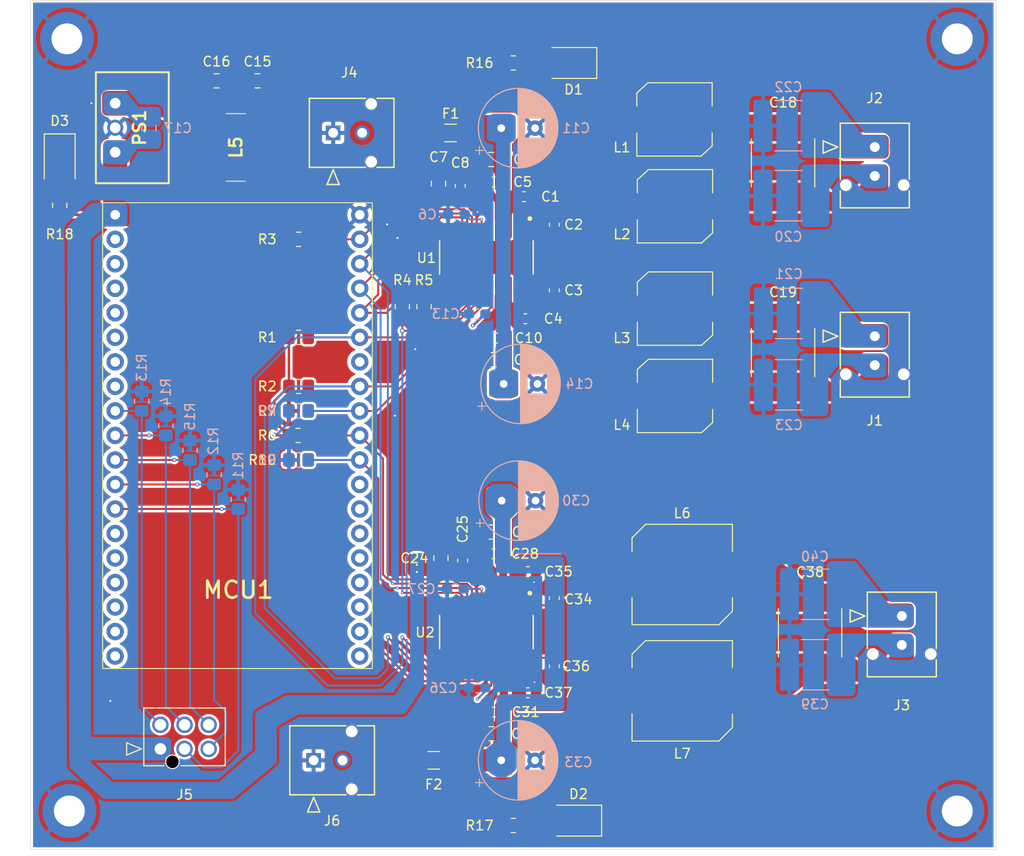
<source format=kicad_pcb>
(kicad_pcb (version 20240108) (generator "pcbnew") (generator_version "8.0")
  (layers (0 "F.Cu" signal) (31 "B.Cu" signal) (34 "B.Paste" user) (35 "F.Paste" user) (36 "B.SilkS" user "B.Silkscreen") (37 "F.SilkS" user "F.Silkscreen") (38 "B.Mask" user) (39 "F.Mask" user) (44 "Edge.Cuts" user))
  (net 0 "")
  (net 1 "Net-(U1-OUT_A+)")
  (net 2 "Net-(U1-BST_A+)")
  (net 3 "Net-(U1-BST_A-)")
  (net 4 "Net-(U1-OUT_A-)")
  (net 5 "Net-(U1-BST_B+)")
  (net 6 "Net-(U1-OUT_B+)")
  (net 7 "Net-(U1-BST_B-)")
  (net 8 "Net-(U1-OUT_B-)")
  (net 9 "GND")
  (net 10 "Net-(U1-AVDD)")
  (net 11 "Net-(U1-VR_DIG)")
  (net 12 "+3.3V")
  (net 13 "PVDD")
  (net 14 "Net-(PS1-+VIN)")
  (net 15 "Net-(C18-Pad1)")
  (net 16 "Net-(C18-Pad2)")
  (net 17 "Net-(C19-Pad1)")
  (net 18 "Net-(C19-Pad2)")
  (net 19 "Net-(U2-AVDD)")
  (net 20 "Net-(U2-VR_DIG)")
  (net 21 "Net-(U2-BST_A-)")
  (net 22 "Net-(U2-OUT_A+)")
  (net 23 "Net-(U2-BST_A+)")
  (net 24 "Net-(U2-BST_B-)")
  (net 25 "Net-(U2-OUT_B+)")
  (net 26 "Net-(U2-BST_B+)")
  (net 27 "Net-(C38-Pad1)")
  (net 28 "Net-(C38-Pad2)")
  (net 29 "Net-(F1-Pad2)")
  (net 30 "/Previous")
  (net 31 "/Next")
  (net 32 "/Volume-")
  (net 33 "/Play{slash}Pause")
  (net 34 "/Volume+")
  (net 35 "/SDA")
  (net 43 "/SCLK")
  (net 47 "/LRCLK")
  (net 57 "/PDN2")
  (net 59 "/ADR1")
  (net 62 "Net-(U2-SDIN)")
  (net 63 "/SCL")
  (net 85 "/SDIN")
  (net 86 "/PDN1")
  (net 87 "/ADR2")
  (net 88 "/SDOUT1")
  (net 89 "PVDD2")
  (net 90 "Net-(F2-Pad2)")
  (net 91 "Net-(D1-A)")
  (net 92 "Net-(D2-A)")
  (net 93 "Net-(D3-A)")
  (footprint "Capacitor_SMD:C_0603_1608Metric_Pad1.08x0.95mm_HandSolder" (layer "F.Cu") (at 88.6 83.35 180)
    (property "Reference" "C1")
    (property "Value" "0.47u")
  )
  (footprint "Capacitor_SMD:C_0603_1608Metric_Pad1.08x0.95mm_HandSolder" (layer "F.Cu") (at 88.75 96 180)
    (property "Reference" "C4")
    (property "Value" "0.47u")
  )
  (footprint "Capacitor_SMD:C_0603_1608Metric_Pad1.08x0.95mm_HandSolder" (layer "F.Cu") (at 91.75 132 90)
    (property "Reference" "C36")
    (property "Value" "0.47u")
  )
  (footprint "Speaker Amp Lib:L_Wuerth_WE-PDF_Handsoldering_7mm_apart" (layer "F.Cu") (at 105 122.5)
    (property "Reference" "L6")
    (property "Value" "10u")
  )
  (footprint "Capacitor_SMD:C_0805_2012Metric_Pad1.18x1.45mm_HandSolder" (layer "F.Cu") (at 61 71.35)
    (property "Reference" "C15")
    (property "Value" "10u")
  )
  (footprint "Capacitor_SMD:C_0603_1608Metric_Pad1.08x0.95mm_HandSolder" (layer "F.Cu") (at 91.75 124.95 90)
    (property "Reference" "C34")
    (property "Value" "0.47u")
  )
  (footprint "LED_SMD:LED_PLCC-2_3.4x3.0mm_KA" (layer "F.Cu") (at 40.5 79.25 -90)
    (property "Reference" "D3")
    (property "Value" "Green")
  )
  (footprint "Capacitor_SMD:C_0603_1608Metric_Pad1.08x0.95mm_HandSolder" (layer "F.Cu") (at 89 122.2 180)
    (property "Reference" "C35")
    (property "Value" "0.47u")
  )
  (footprint "Capacitor_SMD:C_0603_1608Metric_Pad1.08x0.95mm_HandSolder" (layer "F.Cu") (at 91.75 86.25 90)
    (property "Reference" "C2")
    (property "Value" "0.47u")
  )
  (footprint "Capacitor_SMD:C_0603_1608Metric_Pad1.08x0.95mm_HandSolder" (layer "F.Cu") (at 82.25 121.05 90)
    (property "Reference" "C25")
    (property "Value" "0.1u")
  )
  (footprint "Capacitor_SMD:C_0603_1608Metric_Pad1.08x0.95mm_HandSolder" (layer "F.Cu") (at 85.4625 81.825384)
    (property "Reference" "C5")
    (property "Value" "0.1u")
  )
  (footprint "MountingHole:MountingHole_3.2mm_M3_DIN965_Pad_TopBottom" (layer "F.Cu") (at 133.5 67)
    (property "Reference" "H2" (hide yes))
    (property "Value" "MountingHole_Pad")
  )
  (footprint "Capacitor_SMD:C_0603_1608Metric_Pad1.08x0.95mm_HandSolder" (layer "F.Cu") (at 85.45 120.35 180)
    (property "Reference" "C28")
    (property "Value" "0.1u")
  )
  (footprint "Speaker Amp Lib:430450227_MOLEX" (layer "F.Cu") (at 68.835 76.739649 -90)
    (property "Reference" "J4")
    (property "Value" "Molex_430450227")
  )
  (footprint "Resistor_SMD:R_0805_2012Metric_Pad1.20x1.40mm_HandSolder" (layer "F.Cu") (at 78.25 94.75 90)
    (property "Reference" "R5")
    (property "Value" "0")
  )
  (footprint "Resistor_SMD:R_0805_2012Metric_Pad1.20x1.40mm_HandSolder" (layer "F.Cu") (at 65.25 97.93 180)
    (property "Reference" "R1")
    (property "Value" "2.2k")
  )
  (footprint "MountingHole:MountingHole_3.2mm_M3_DIN965_Pad_TopBottom" (layer "F.Cu") (at 41.5 147)
    (property "Reference" "H3" (hide yes))
    (property "Value" "MountingHole_Pad")
  )
  (footprint "Capacitor_SMD:C_0603_1608Metric_Pad1.08x0.95mm_HandSolder" (layer "F.Cu") (at 82 82.23 90)
    (property "Reference" "C8")
    (property "Value" "0.1u")
  )
  (footprint "Speaker Amp Lib:DCP0038A-IPC_C" (layer "F.Cu") (at 84.7125 89.650768 -90)
    (property "Reference" "U1")
    (property "Value" "TAS5822MDCPR")
  )
  (footprint "Speaker Amp Lib:WE_7447773220" (layer "F.Cu") (at 104.25 84.35)
    (property "Reference" "L2")
    (property "Value" "22u")
  )
  (footprint "Speaker Amp Lib:RLS186" (layer "F.Cu") (at 58.75 78.25 180)
    (property "Reference" "L5")
    (property "Value" "100u" (hide yes))
  )
  (footprint "Resistor_SMD:R_0805_2012Metric_Pad1.20x1.40mm_HandSolder" (layer "F.Cu") (at 65.25 103.01 180)
    (property "Reference" "R2")
    (property "Value" "2.2k")
  )
  (footprint "Resistor_SMD:R_0805_2012Metric_Pad1.20x1.40mm_HandSolder" (layer "F.Cu") (at 76 94.75 90)
    (property "Reference" "R4")
    (property "Value" "0")
  )
  (footprint "LED_SMD:LED_PLCC-2_3.4x3.0mm_KA" (layer "F.Cu") (at 94.25 148 180)
    (property "Reference" "D2")
    (property "Value" "Blue")
  )
  (footprint "Fuse:Fuse_1206_3216Metric" (layer "F.Cu") (at 81 76.75 180)
    (property "Reference" "F1")
    (property "Value" "2A")
  )
  (footprint "MountingHole:MountingHole_3.2mm_M3_DIN965_Pad_TopBottom" (layer "F.Cu") (at 133.5 147)
    (property "Reference" "H4" (hide yes))
    (property "Value" "MountingHole_Pad")
  )
  (footprint "Speaker Amp Lib:ESP32-DevKitC-32E" (layer "F.Cu") (at 58.92 132.24)
    (property "Reference" "MCU1")
    (property "Value" "ESP32-DevKitC-32E")
  )
  (footprint "Capacitor_SMD:C_0805_2012Metric_Pad1.18x1.45mm_HandSolder" (layer "F.Cu") (at 85.25 139 180)
    (property "Reference" "C32")
    (property "Value" "22u")
  )
  (footprint "Capacitor_SMD:C_0805_2012Metric_Pad1.18x1.45mm_HandSolder" (layer "F.Cu") (at 85.462501 100.25)
    (property "Reference" "C12")
    (property "Value" "22u")
  )
  (footprint "Resistor_SMD:R_0805_2012Metric_Pad1.20x1.40mm_HandSolder" (layer "F.Cu") (at 87.5 69.5)
    (property "Reference" "R16")
    (property "Value" "1.6k")
  )
  (footprint "Capacitor_SMD:C_0805_2012Metric_Pad1.18x1.45mm_HandSolder" (layer "F.Cu") (at 85.2125 79.5)
    (property "Reference" "C9")
    (property "Value" "22u")
  )
  (footprint "Speaker Amp Lib:430450227_MOLEX" (layer "F.Cu") (at 124.950011 97.81 180)
    (property "Reference" "J1")
    (property "Value" "Molex_430450227")
  )
  (footprint "Speaker Amp Lib:430450227_MOLEX" (layer "F.Cu") (at 124.950011 78.21 180)
    (property "Reference" "J2")
    (property "Value" "Molex_430450227")
  )
  (footprint "LED_SMD:LED_PLCC-2_3.4x3.0mm_KA" (layer "F.Cu") (at 93.75 69.5 180)
    (property "Reference" "D1")
    (property "Value" "Red")
  )
  (footprint "Speaker Amp Lib:Molex_1053101106" (layer "F.Cu") (at 50.936 140.569999 180)
    (property "Reference" "J5")
    (property "Value" "Molex_1053101106")
  )
  (footprint "Capacitor_SMD:C_0805_2012Metric_Pad1.18x1.45mm_HandSolder" (layer "F.Cu") (at 85.25 118.1 180)
    (property "Reference" "C29")
    (property "Value" "22u")
  )
  (footprint "Capacitor_SMD:C_0603_1608Metric_Pad1.08x0.95mm_HandSolder" (layer "F.Cu") (at 91.75 93.05 -90)
    (property "Reference" "C3")
    (property "Value" "0.47u")
  )
  (footprint "Capacitor_SMD:C_0603_1608Metric_Pad1.08x0.95mm_HandSolder" (layer "F.Cu") (at 89 134.75)
    (property "Reference" "C37")
    (property "Value" "0.47u")
  )
  (footprint "Capacitor_SMD:C_0603_1608Metric_Pad1.08x0.95mm_HandSolder" (layer "F.Cu") (at 85.5 136.75 180)
    (property "Reference" "C31")
    (property "Value" "0.1u")
  )
  (footprint "Speaker Amp Lib:R78K3310" (layer "F.Cu") (at 46.25 73.67 -90)
    (property "Reference" "PS1")
    (property "Value" "R-78K3.3-1.0" (hide yes))
  )
  (footprint "Capacitor_SMD:C_0603_1608Metric_Pad1.08x0.95mm_HandSolder" (layer "F.Cu") (at 85.712501 98)
    (property "Reference" "C10")
    (property "Value" "0.1u")
  )
  (footprint "Speaker Amp Lib:DCP0038A-IPC_C" (layer "F.Cu") (at 84.7125 128.4625 -90)
    (property "Reference" "U2")
    (property "Value" "TAS5822MDCPR")
  )
  (footprint "Resistor_SMD:R_0805_2012Metric_Pad1.20x1.40mm_HandSolder" (layer "F.Cu") (at 65.25 105.55 180)
    (property "Reference" "R7")
    (property "Value" "4.7k")
  )
  (footprint "Capacitor_SMD:C_0805_2012Metric_Pad1.18x1.45mm_HandSolder" (layer "F.Cu") (at 56.75 71.35 180)
    (property "Reference" "C16")
    (property "Value" "10u")
  )
  (footprint "Speaker Amp Lib:430450227_MOLEX" (layer "F.Cu") (at 127.75 126.8 180)
    (property "Reference" "J3")
    (property "Value" "Molex_430450227")
  )
  (footprint "Speaker Amp Lib:C_2824" (layer "F.Cu") (at 115.45 79.85 -90)
    (property "Reference" "C18")
    (property "Value" "0.33u")
  )
  (footprint "MountingHole:MountingHole_3.2mm_M3_DIN965_Pad_TopBottom" (layer "F.Cu") (at 41.25 67)
    (property "Reference" "H1" (hide yes))
    (property "Value" "MountingHole_Pad")
  )
  (footprint "Resistor_SMD:R_0805_2012Metric_Pad1.20x1.40mm_HandSolder" (layer "F.Cu") (at 65.25 87.77 180)
    (property "Reference" "R3")
    (property "Value" "4.7k")
  )
  (footprint "Speaker Amp Lib:C_2824" (layer "F.Cu") (at 118.25 128.55 -90)
    (property "Reference" "C38")
    (property "Value" "0.68u")
  )
  (footprint "Resistor_SMD:R_0805_2012Metric_Pad1.20x1.40mm_HandSolder" (layer "F.Cu") (at 87.5 148.5)
    (property "Reference" "R17")
    (property "Value" "1.5k")
  )
  (footprint "Speaker Amp Lib:WE_7447773220" (layer "F.Cu") (at 104.25 104)
    (property "Reference" "L4")
    (property "Value" "22u")
  )
  (footprint "Speaker Amp Lib:430450227_MOLEX" (layer "F.Cu") (at 66.81 141.750001 -90)
    (property "Reference" "J6")
    (property "Value" "Molex_430450227")
  )
  (footprint "Resistor_SMD:R_0805_2012Metric_Pad1.20x1.40mm_HandSolder" (layer "F.Cu") (at 65.2 108.09 180)
    (property "Reference" "R6")
    (property "Value" "15k")
  )
  (footprint "Speaker Amp Lib:WE_7447773220" (layer "F.Cu") (at 104.2 75.35)
    (property "Reference" "L1")
    (property "Value" "22u")
  )
  (footprint "Speaker Amp Lib:C_2824" (layer "F.Cu") (at 115.45 99.5 -90)
    (property "Reference" "C19")
    (property "Value" "0.33u")
  )
  (footprint "Speaker Amp Lib:WE_7447773220" (layer "F.Cu") (at 104.25 94.95)
    (property "Reference" "L3")
    (property "Value" "22u")
  )
  (footprint "Speaker Amp Lib:L_Wuerth_WE-PDF_Handsoldering_7mm_apart" (layer "F.Cu") (at 105 134.55)
    (property "Reference" "L7")
    (property "Value" "10u")
  )
  (footprint "Capacitor_SMD:C_0805_2012Metric_Pad1.18x1.45mm_HandSolder" (layer "F.Cu") (at 80 120.8 -90)
    (property "Reference" "C24")
    (property "Value" "4.7u")
  )
  (footprint "Capacitor_SMD:C_0805_2012Metric_Pad1.18x1.45mm_HandSolder" (layer "F.Cu") (at 79.75 82 90)
    (property "Reference" "C7")
    (property "Value" "4.7u")
  )
  (footprint "Fuse:Fuse_1206_3216Metric" (layer "F.Cu") (at 79.25 141.75 180)
    (property "Reference" "F2")
    (property "Value" "2A")
  )
  (footprint "Resistor_SMD:R_0805_2012Metric_Pad1.20x1.40mm_HandSolder" (layer "F.Cu") (at 40.5 84.25 90)
    (property "Reference" "R18")
    (property "Value" "120")
  )
  (footprint "Resistor_SMD:R_0805_2012Metric_Pad1.20x1.40mm_HandSolder" (layer "F.Cu") (at 65.25 110.63 180)
    (property "Reference" "R10")
    (property "Value" "4.7k")
  )
  (footprint "Capacitor_SMD:C_2220_5750Metric_Pad1.97x5.40mm_HandSolder" (layer "B.Cu") (at 116 83.25 180)
    (property "Reference" "C20")
    (property "Value" "0.047u")
  )
  (footprint "Capacitor_SMD:C_0603_1608Metric_Pad1.08x0.95mm_HandSolder" (layer "B.Cu") (at 81.6 85.2 180)
    (property "Reference" "C6")
    (property "Value" "1u")
  )
  (footprint "Resistor_SMD:R_0805_2012Metric_Pad1.20x1.40mm_HandSolder" (layer "B.Cu") (at 51.5 107.09 90)
    (property "Reference" "R14")
    (property "Value" "4.7k")
  )
  (footprint "Capacitor_THT:CP_Radial_D8.0mm_P3.50mm" (layer "B.Cu") (at 86.297349 114.85)
    (property "Reference" "C30")
    (property "Value" "390u")
  )
  (footprint "Capacitor_SMD:C_2220_5750Metric_Pad1.97x5.40mm_HandSolder" (layer "B.Cu") (at 116.05 95.45)
    (property "Reference" "C21")
    (property "Value" "0.047u")
  )
  (footprint "Resistor_SMD:R_0805_2012Metric_Pad1.20x1.40mm_HandSolder" (layer "B.Cu") (at 56.5 112.17 90)
    (property "Reference" "R12")
    (property "Value" "4.7k")
  )
  (footprint "Capacitor_SMD:C_0603_1608Metric_Pad1.08x0.95mm_HandSolder" (layer "B.Cu") (at 81.5 124)
    (property "Reference" "C27")
    (property "Value" "1u")
  )
  (footprint "Capacitor_THT:CP_Radial_D8.0mm_P3.50mm" (layer "B.Cu") (at 86.25 76.25)
    (property "Reference" "C11")
    (property "Value" "390u")
  )
  (footprint "Resistor_SMD:R_0805_2012Metric_Pad1.20x1.40mm_HandSolder" (layer "B.Cu") (at 49 104.55 90)
    (property "Reference" "R13")
    (property "Value" "4.7k")
  )
  (footprint "Capacitor_SMD:C_2220_5750Metric_Pad1.97x5.40mm_HandSolder" (layer "B.Cu") (at 116 76)
    (property "Reference" "C22")
    (property "Value" "0.047u")
  )
  (footprint "Resistor_SMD:R_0805_2012Metric_Pad1.20x1.40mm_HandSolder" (layer "B.Cu") (at 65.25 105.55 180)
    (property "Reference" "R9")
    (property "Value" "4.7k")
  )
  (footprint "Resistor_SMD:R_0805_2012Metric_Pad1.20x1.40mm_HandSolder" (layer "B.Cu") (at 54 109.63 90)
    (property "Reference" "R15")
    (property "Value" "4.7k")
  )
  (footprint "Capacitor_SMD:C_0603_1608Metric_Pad1.08x0.95mm_HandSolder" (layer "B.Cu") (at 83.75 95.5)
    (property "Reference" "C13")
    (property "Value" "1u")
  )
  (footprint "Resistor_SMD:R_0805_2012Metric_Pad1.20x1.40mm_HandSolder" (layer "B.Cu") (at 65.25 110.63 180)
    (property "Reference" "R8")
    (property "Value" "4.7k")
  )
  (footprint "Resistor_SMD:R_0805_2012Metric_Pad1.20x1.40mm_HandSolder" (layer "B.Cu") (at 59 114.71 90)
    (property "Reference" "R11")
    (property "Value" "4.7k")
  )
  (footprint "Capacitor_THT:CP_Radial_D8.0mm_P3.50mm" (layer "B.Cu") (at 86.25 141.75)
    (property "Reference" "C33")
    (property "Value" "390u")
  )
  (footprint "Capacitor_SMD:C_2220_5750Metric_Pad1.97x5.40mm_HandSolder" (layer "B.Cu") (at 118.75 131.85)
    (property "Reference" "C39")
    (property "Value" "0.1u")
  )
  (footprint "Capacitor_SMD:C_2220_5750Metric_Pad1.97x5.40mm_HandSolder" (layer "B.Cu") (at 118.75 124.55 180)
    (property "Reference" "C40")
    (property "Value" "0.1u")
  )
  (footprint "Capacitor_SMD:C_0603_1608Metric_Pad1.08x0.95mm_HandSolder" (layer "B.Cu") (at 83.75 134.25)
    (property "Reference" "C26")
    (property "Value" "1u")
  )
  (footprint "Capacitor_SMD:C_2220_5750Metric_Pad1.97x5.40mm_HandSolder" (layer "B.Cu") (at 116.05 102.85 180)
    (property "Reference" "C23")
    (property "Value" "0.047u")
  )
  (footprint "Capacitor_THT:CP_Radial_D8.0mm_P3.50mm" (layer "B.Cu") (at 86.5 102.75)
    (property "Reference" "C14")
    (property "Value" "390u")
  )
  (footprint "Capacitor_SMD:C_0805_2012Metric_Pad1.18x1.45mm_HandSolder" (layer "B.Cu") (at 49.75 76.25 90)
    (property "Reference" "C17")
    (property "Value" "1n")
  )
  (gr_rect (start 37.5 63) (end 137.5 151) (stroke (width 0.05)) (fill none) (layer "Edge.Cuts"))
  (segment (start 87.712499 85.312501) (end 87.712499 86.875384) (width 0.2) (layer "F.Cu") (net 2))
  (segment (start 89.4625 83.5625) (end 87.712499 85.312501) (width 0.2) (layer "F.Cu") (net 2))
  (segment (start 89.4625 83.35) (end 89.4625 83.5625) (width 0.2) (layer "F.Cu") (net 2))
  (segment (start 89.449617 87.1125) (end 89.212501 86.875384) (width 0.2) (layer "F.Cu") (net 3))
  (segment (start 91.75 87.1125) (end 89.449617 87.1125) (width 0.2) (layer "F.Cu") (net 3))
  (segment (start 87.712499 94.099999) (end 87.712499 92.426152) (width 0.2) (layer "F.Cu") (net 5))
  (segment (start 89.6125 96) (end 87.712499 94.099999) (width 0.2) (layer "F.Cu") (net 5))
  (segment (start 91.75 92.1875) (end 89.451153 92.1875) (width 0.2) (layer "F.Cu") (net 7))
  (segment (start 89.451153 92.1875) (end 89.212501 92.426152) (width 0.2) (layer "F.Cu") (net 7))
  (via (at 75.5 87.625) (size 0.4) (drill 0.2) (layers "F.Cu" "B.Cu") (net 9))
  (via (at 77.35 99.15) (size 0.4) (drill 0.2) (layers "F.Cu" "B.Cu") (net 9))
  (via (at 89.7 133.65) (size 0.3) (drill 0.15) (layers "F.Cu" "B.Cu") (net 9))
  (via (at 83.8 84.925) (size 0.3) (drill 0.15) (layers "F.Cu" "B.Cu") (net 9))
  (via (at 45.75 135.6) (size 0.4) (drill 0.2) (layers "F.Cu" "B.Cu") (net 9))
  (via (at 74.425 86.225) (size 0.4) (drill 0.2) (layers "F.Cu" "B.Cu") (net 9))
  (via (at 89.65 123.3) (size 0.3) (drill 0.15) (layers "F.Cu" "B.Cu") (net 9))
  (via (at 75.225 106.05) (size 0.4) (drill 0.2) (layers "F.Cu" "B.Cu") (net 9))
  (segment (start 85.212499 94.787501) (end 83.3 96.7) (width 0.2) (layer "F.Cu") (net 10))
  (segment (start 85.212499 92.426152) (end 85.212499 94.787501) (width 0.2) (layer "F.Cu") (net 10))
  (via (at 83.3 96.7) (size 0.4) (drill 0.2) (layers "F.Cu" "B.Cu") (net 10))
  (segment (start 83.3 96.7) (end 83.4125 96.7) (width 0.2) (layer "B.Cu") (net 10))
  (segment (start 83.4125 96.7) (end 84.6125 95.5) (width 0.2) (layer "B.Cu") (net 10))
  (segment (start 84.212501 85.7) (end 84.212501 86.875384) (width 0.2) (layer "F.Cu") (net 11))
  (via (at 84.212501 85.7) (size 0.3) (drill 0.15) (layers "F.Cu" "B.Cu") (net 11))
  (segment (start 84.212501 85.7) (end 82.95 85.7) (width 0.2) (layer "B.Cu") (net 11))
  (segment (start 82.95 85.7) (end 82.4625 85.2125) (width 0.2) (layer "B.Cu") (net 11))
  (segment (start 82.4625 85.2125) (end 82.4625 85.2) (width 0.2) (layer "B.Cu") (net 11))
  (segment (start 62.75 106.64) (end 62.75 104.51) (width 0.25) (layer "F.Cu") (net 12))
  (segment (start 64.25 103.01) (end 64.25 97.93) (width 0.25) (layer "F.Cu") (net 12))
  (segment (start 64.2 108.09) (end 62.84 108.09) (width 0.25) (layer "F.Cu") (net 12))
  (segment (start 62.84 108.09) (end 62.75 108) (width 0.25) (layer "F.Cu") (net 12))
  (segment (start 46.25 85.23) (end 40.52 85.23) (width 0.25) (layer "F.Cu") (net 12))
  (segment (start 64.25 110.63) (end 64.25 108.14) (width 0.25) (layer "F.Cu") (net 12))
  (segment (start 64.25 108.14) (end 64.2 108.09) (width 0.25) (layer "F.Cu") (net 12))
  (segment (start 40.52 85.23) (end 40.5 85.25) (width 0.25) (layer "F.Cu") (net 12))
  (segment (start 62.75 104.51) (end 64.25 103.01) (width 0.25) (layer "F.Cu") (net 12))
  (segment (start 64.2 108.09) (end 62.75 106.64) (width 0.25) (layer "F.Cu") (net 12))
  (segment (start 64.25 97.93) (end 64.25 87.77) (width 0.25) (layer "F.Cu") (net 12))
  (via (at 77.5 120.75) (size 0.4) (drill 0.2) (layers "F.Cu" "B.Cu") (net 12))
  (via (at 62.75 108) (size 0.4) (drill 0.2) (layers "F.Cu" "B.Cu") (net 12))
  (via (at 77.5 121.5) (size 0.4) (drill 0.2) (layers "F.Cu" "B.Cu") (net 12))
  (via (at 77.5 122.25) (size 0.4) (drill 0.2) (layers "F.Cu" "B.Cu") (net 12))
  (segment (start 64.25 106.75) (end 64.25 105.55) (width 0.25) (layer "B.Cu") (net 12))
  (segment (start 62.75 108) (end 63 108) (width 0.25) (layer "B.Cu") (net 12))
  (segment (start 63 108) (end 64.25 106.75) (width 0.25) (layer "B.Cu") (net 12))
  (segment (start 84 69.5) (end 86.5 69.5) (width 0.25) (layer "F.Cu") (net 13))
  (segment (start 82.4 76.75) (end 82.4 71.1) (width 0.25) (layer "F.Cu") (net 13))
  (segment (start 82.4 71.1) (end 84 69.5) (width 0.25) (layer "F.Cu") (net 13))
  (segment (start 85.212499 133.987501) (end 85.212499 131.237884) (width 0.2) (layer "F.Cu") (net 19))
  (segment (start 83.775 135.425) (end 85.212499 133.987501) (width 0.2) (layer "F.Cu") (net 19))
  (via (at 83.775 135.425) (size 0.3) (drill 0.15) (layers "F.Cu" "B.Cu") (net 19))
  (segment (start 84.6125 134.5875) (end 84.6125 134.25) (width 0.2) (layer "B.Cu") (net 19))
  (segment (start 83.775 135.425) (end 84.6125 134.5875) (width 0.2) (layer "B.Cu") (net 19))
  (segment (start 84.212501 124) (end 84.212501 125.687116) (width 0.2) (layer "F.Cu") (net 20))
  (via (at 84.212501 124) (size 0.3) (drill 0.15) (layers "F.Cu" "B.Cu") (net 20))
  (segment (start 84.212501 124) (end 82.3625 124) (width 0.2) (layer "B.Cu") (net 20))
  (segment (start 91.624616 125.687116) (end 91.75 125.8125) (width 0.2) (layer "F.Cu") (net 21))
  (segment (start 89.212501 125.687116) (end 91.624616 125.687116) (width 0.2) (layer "F.Cu") (net 21))
  (segment (start 89.8625 122.2) (end 87.712499 124.350001) (width 0.2) (layer "F.Cu") (net 23))
  (segment (start 87.712499 124.350001) (end 87.712499 125.687116) (width 0.2) (layer "F.Cu") (net 23))
  (segment (start 89.312885 131.1375) (end 89.212501 131.237884) (width 0.2) (layer "F.Cu") (net 24))
  (segment (start 91.75 131.1375) (end 89.312885 131.1375) (width 0.2) (layer "F.Cu") (net 24))
  (segment (start 89.8625 134.75) (end 87.712499 132.599999) (width 0.2) (layer "F.Cu") (net 26))
  (segment (start 87.712499 132.599999) (end 87.712499 131.237884) (width 0.2) (layer "F.Cu") (net 26))
  (segment (start 57.29 115.71) (end 46.25 115.71) (width 0.2) (layer "F.Cu") (net 30))
  (via (at 57.29 115.71) (size 0.4) (drill 0.2) (layers "F.Cu" "B.Cu") (net 30))
  (segment (start 55.366001 142.5) (end 57.25 142.5) (width 0.2) (layer "B.Cu") (net 30))
  (segment (start 59 140.75) (end 59 115.71) (width 0.2) (layer "B.Cu") (net 30))
  (segment (start 57.25 142.5) (end 59 140.75) (width 0.2) (layer "B.Cu") (net 30))
  (segment (start 57.29 115.71) (end 59 115.71) (width 0.2) (layer "B.Cu") (net 30))
  (segment (start 53.436 140.569999) (end 55.366001 142.5) (width 0.2) (layer "B.Cu") (net 30))
  (segment (start 54.75 113.17) (end 46.25 113.17) (width 0.2) (layer "F.Cu") (net 31))
  (via (at 54.75 113.17) (size 0.4) (drill 0.2) (layers "F.Cu" "B.Cu") (net 31))
  (segment (start 54.83 113.17) (end 56.5 113.17) (width 0.2) (layer "B.Cu") (net 31))
  (segment (start 57.75 136.75) (end 57.75 138.755999) (width 0.2) (layer "B.Cu") (net 31))
  (segment (start 57.75 138.755999) (end 55.936 140.569999) (width 0.2) (layer "B.Cu") (net 31))
  (segment (start 56.5 113.17) (end 56.5 135.5) (width 0.2) (layer "B.Cu") (net 31))
  (segment (start 54.75 113.25) (end 54.83 113.17) (width 0.2) (layer "B.Cu") (net 31))
  (segment (start 56.5 135.5) (end 57.75 136.75) (width 0.2) (layer "B.Cu") (net 31))
  (segment (start 49 105.55) (end 46.25 105.55) (width 0.2) (layer "B.Cu") (net 32))
  (segment (start 49 136.133999) (end 49 105.55) (width 0.2) (layer "B.Cu") (net 32))
  (segment (start 50.936 138.069999) (end 49 136.133999) (width 0.2) (layer "B.Cu") (net 32))
  (segment (start 52.38 110.63) (end 46.25 110.63) (width 0.2) (layer "F.Cu") (net 33))
  (via (at 52.38 110.63) (size 0.4) (drill 0.2) (layers "F.Cu" "B.Cu") (net 33))
  (segment (start 55.936 138.069999) (end 54 136.133999) (width 0.2) (layer "B.Cu") (net 33))
  (segment (start 52.38 110.63) (end 54 110.63) (width 0.2) (layer "B.Cu") (net 33))
  (segment (start 54 136.133999) (end 54 110.63) (width 0.2) (layer "B.Cu") (net 33))
  (segment (start 49.75 108.09) (end 46.25 108.09) (width 0.2) (layer "F.Cu") (net 34))
  (via (at 49.75 108.09) (size 0.4) (drill 0.2) (layers "F.Cu" "B.Cu") (net 34))
  (segment (start 51.5 108.09) (end 51.5 136.133999) (width 0.2) (layer "B.Cu") (net 34))
  (segment (start 49.75 108.09) (end 51.5 108.09) (width 0.2) (layer "B.Cu") (net 34))
  (segment (start 51.5 136.133999) (end 53.436 138.069999) (width 0.2) (layer "B.Cu") (net 34))
  (segment (start 83.712499 132.187501) (end 83.712499 131.237884) (width 0.2) (layer "F.Cu") (net 35))
  (segment (start 76 129) (end 79.5 132.5) (width 0.2) (layer "F.Cu") (net 35))
  (segment (start 83.4 132.5) (end 83.712499 132.187501) (width 0.2) (layer "F.Cu") (net 35))
  (segment (start 79.37 97.93) (end 83.712499 93.587501) (width 0.2) (layer "F.Cu") (net 35))
  (segment (start 66.25 97.93) (end 71.59 97.93) (width 0.2) (layer "F.Cu") (net 35))
  (segment (start 83.712499 93.587501) (end 83.712499 92.426152) (width 0.2) (layer "F.Cu") (net 35))
  (segment (start 71.59 97.93) (end 79.37 97.93) (width 0.2) (layer "F.Cu") (net 35))
  (segment (start 79.5 132.5) (end 83.4 132.5) (width 0.2) (layer "F.Cu") (net 35))
  (via (at 76 129) (size 0.4) (drill 0.2) (layers "F.Cu" "B.Cu") (net 35))
  (segment (start 73.75 134) (end 68.25 134) (width 0.2) (layer "B.Cu") (net 35))
  (segment (start 60.75 102.25) (end 65.07 97.93) (width 0.2) (layer "B.Cu") (net 35))
  (segment (start 76 131.75) (end 73.75 134) (width 0.2) (layer "B.Cu") (net 35))
  (segment (start 76 129) (end 76 131.75) (width 0.2) (layer "B.Cu") (net 35))
  (segment (start 60.75 126.5) (end 60.75 102.25) (width 0.2) (layer "B.Cu") (net 35))
  (segment (start 68.25 134) (end 60.75 126.5) (width 0.2) (layer "B.Cu") (net 35))
  (segment (start 65.07 97.93) (end 71.59 97.93) (width 0.2) (layer "B.Cu") (net 35))
  (segment (start 82.3 123.9) (end 82.712499 124.312499) (width 0.2) (layer "F.Cu") (net 43))
  (segment (start 82.712499 124.312499) (end 82.712499 125.687116) (width 0.2) (layer "F.Cu") (net 43))
  (segment (start 82.712499 85.612499) (end 82.2 85.1) (width 0.2) (layer "F.Cu") (net 43))
  (segment (start 75.5 123.9) (end 82.3 123.9) (width 0.2) (layer "F.Cu") (net 43))
  (segment (start 82.2 85.1) (end 79.34 85.1) (width 0.2) (layer "F.Cu") (net 43))
  (segment (start 82.712499 86.875384) (end 82.712499 85.612499) (width 0.2) (layer "F.Cu") (net 43))
  (segment (start 79.34 85.1) (end 71.59 92.85) (width 0.2) (layer "F.Cu") (net 43))
  (via (at 75.5 123.9) (size 0.3) (drill 0.15) (layers "F.Cu" "B.Cu") (net 43))
  (segment (start 73.75 123) (end 73.75 95.01) (width 0.2) (layer "B.Cu") (net 43))
  (segment (start 74.65 123.9) (end 73.75 123) (width 0.2) (layer "B.Cu") (net 43))
  (segment (start 73.75 95.01) (end 71.59 92.85) (width 0.2) (layer "B.Cu") (net 43))
  (segment (start 75.5 123.9) (end 74.65 123.9) (width 0.2) (layer "B.Cu") (net 43))
  (segment (start 82.4 84.65) (end 83.2125 85.4625) (width 0.2) (layer "F.Cu") (net 47))
  (segment (start 83.2125 85.4625) (end 83.2125 86.875384) (width 0.2) (layer "F.Cu") (net 47))
  (segment (start 83.2125 123.9625) (end 83.2125 125.687116) (width 0.2) (layer "F.Cu") (net 47))
  (segment (start 71.59 90.31) (end 77.25 84.65) (width 0.2) (layer "F.Cu") (net 47))
  (segment (start 77.25 84.65) (end 82.4 84.65) (width 0.2) (layer "F.Cu") (net 47))
  (segment (start 82.7 123.45) (end 83.2125 123.9625) (width 0.2) (layer "F.Cu") (net 47))
  (segment (start 75.05 123.45) (end 82.7 123.45) (width 0.2) (layer "F.Cu") (net 47))
  (via (at 75 123.45) (size 0.3) (drill 0.15) (layers "F.Cu" "B.Cu") (net 47))
  (segment (start 74.5 93.22) (end 74.5 122.9) (width 0.2) (layer "B.Cu") (net 47))
  (segment (start 74.5 122.9) (end 75.05 123.45) (width 0.2) (layer "B.Cu") (net 47))
  (segment (start 71.59 90.31) (end 74.5 93.22) (width 0.2) (layer "B.Cu") (net 47))
  (segment (start 84.7125 132.8375) (end 84.7125 131.237884) (width 0.2) (layer "F.Cu") (net 57))
  (segment (start 73.5 130) (end 77.05 133.55) (width 0.2) (layer "F.Cu") (net 57))
  (segment (start 77.05 133.55) (end 84 133.55) (width 0.2) (layer "F.Cu") (net 57))
  (segment (start 73.5 112.54) (end 73.5 130) (width 0.2) (layer "F.Cu") (net 57))
  (segment (start 71.59 110.63) (end 73.5 112.54) (width 0.2) (layer "F.Cu") (net 57))
  (segment (start 84 133.55) (end 84.7125 132.8375) (width 0.2) (layer "F.Cu") (net 57))
  (segment (start 66.25 110.63) (end 71.59 110.63) (width 0.2) (layer "F.Cu") (net 57))
  (segment (start 66.25 110.63) (end 71.59 110.63) (width 0.2) (layer "B.Cu") (net 57))
  (segment (start 84.225 84.125) (end 75.235 84.125) (width 0.2) (layer "F.Cu") (net 59))
  (segment (start 66.25 87.77) (end 71.59 87.77) (width 0.2) (layer "F.Cu") (net 59))
  (segment (start 75.235 84.125) (end 71.59 87.77) (width 0.2) (layer "F.Cu") (net 59))
  (segment (start 84.7125 84.6125) (end 84.225 84.125) (width 0.2) (layer "F.Cu") (net 59))
  (segment (start 84.7125 86.875384) (end 84.7125 84.6125) (width 0.2) (layer "F.Cu") (net 59))
  (segment (start 78.25 96.5) (end 78.25 95.75) (width 0.2) (layer "F.Cu") (net 62))
  (segment (start 76 97.25) (end 77.5 97.25) (width 0.2) (layer "F.Cu") (net 62))
  (segment (start 82.2125 124.7125) (end 82.2125 125.687116) (width 0.2) (layer "F.Cu") (net 62))
  (segment (start 76 97.25) (end 76 95.75) (width 0.2) (layer "F.Cu") (net 62))
  (segment (start 76 124.4) (end 81.9 124.4) (width 0.2) (layer "F.Cu") (net 62))
  (segment (start 77.5 97.25) (end 78.25 96.5) (width 0.2) (layer "F.Cu") (net 62))
  (segment (start 81.9 124.4) (end 82.2125 124.7125) (width 0.2) (layer "F.Cu") (net 62))
  (via (at 76 124.4) (size 0.3) (drill 0.15) (layers "F.Cu" "B.Cu") (net 62))
  (via (at 76 97.25) (size 0.5) (drill 0.3) (layers "F.Cu" "B.Cu") (net 62))
  (segment (start 76 124.4) (end 76 97.25) (width 0.2) (layer "B.Cu") (net 62))
  (segment (start 66.25 103.01) (end 71.59 103.01) (width 0.2) (layer "F.Cu") (net 63))
  (segment (start 84.212501 92.426152) (end 84.212501 93.862499) (width 0.2) (layer "F.Cu") (net 63))
  (segment (start 84.212501 93.862499) (end 75.065 103.01) (width 0.2) (layer "F.Cu") (net 63))
  (segment (start 78.55 133.05) (end 83.65 133.05) (width 0.2) (layer "F.Cu") (net 63))
  (segment (start 75.065 103.01) (end 71.59 103.01) (width 0.2) (layer "F.Cu") (net 63))
  (segment (start 83.65 133.05) (end 84.212501 132.487499) (width 0.2) (layer "F.Cu") (net 63))
  (segment (start 74.5 129) (end 78.55 133.05) (width 0.2) (layer "F.Cu") (net 63))
  (segment (start 84.212501 132.487499) (end 84.212501 131.237884) (width 0.2) (layer "F.Cu") (net 63))
  (via (at 74.5 129) (size 0.4) (drill 0.2) (layers "F.Cu" "B.Cu") (net 63))
  (segment (start 61.75 126) (end 61.75 105.5) (width 0.2) (layer "B.Cu") (net 63))
  (segment (start 69 133.25) (end 61.75 126) (width 0.2) (layer "B.Cu") (net 63))
  (segment (start 74.5 129) (end 74.5 132.25) (width 0.2) (layer "B.Cu") (net 63))
  (segment (start 74.5 132.25) (end 73.5 133.25) (width 0.2) (layer "B.Cu") (net 63))
  (segment (start 64.24 103.01) (end 71.59 103.01) (width 0.2) (layer "B.Cu") (net 63))
  (segment (start 61.75 105.5) (end 64.24 103.01) (width 0.2) (layer "B.Cu") (net 63))
  (segment (start 73.5 133.25) (end 69 133.25) (width 0.2) (layer "B.Cu") (net 63))
  (segment (start 74.36 95.39) (end 76 93.75) (width 0.2) (layer "F.Cu") (net 85))
  (segment (start 73.5 92) (end 73.5 93.48) (width 0.2) (layer "F.Cu") (net 85))
  (segment (start 71.59 95.39) (end 74.36 95.39) (width 0.2) (layer "F.Cu") (net 85))
  (segment (start 80 85.5) (end 73.5 92) (width 0.2) (layer "F.Cu") (net 85))
  (segment (start 82 85.5) (end 80 85.5) (width 0.2) (layer "F.Cu") (net 85))
  (segment (start 73.5 93.48) (end 71.59 95.39) (width 0.2) (layer "F.Cu") (net 85))
  (segment (start 82.2125 86.875384) (end 82.2125 85.7125) (width 0.2) (layer "F.Cu") (net 85))
  (segment (start 82.2125 85.7125) (end 82 85.5) (width 0.2) (layer "F.Cu") (net 85))
  (segment (start 74.775 104.15) (end 73.375 105.55) (width 0.2) (layer "F.Cu") (net 86))
  (segment (start 75.15 103.775) (end 75.15 103.8) (width 0.2) (layer "F.Cu") (net 86))
  (segment (start 84.7125 92.426152) (end 84.7125 94.2125) (width 0.2) (layer "F.Cu") (net 86))
  (segment (start 74.8 104.15) (end 74.775 104.15) (width 0.2) (layer "F.Cu") (net 86))
  (segment (start 66.25 105.55) (end 71.59 105.55) (width 0.2) (layer "F.Cu") (net 86))
  (segment (start 73.375 105.55) (end 71.59 105.55) (width 0.2) (layer "F.Cu") (net 86))
  (segment (start 84.7125 94.2125) (end 75.15 103.775) (width 0.2) (layer "F.Cu") (net 86))
  (segment (start 75.15 103.8) (end 74.8 104.15) (width 0.2) (layer "F.Cu") (net 86))
  (segment (start 66.25 105.55) (end 71.59 105.55) (width 0.2) (layer "B.Cu") (net 86))
  (segment (start 83.95 123) (end 84.7125 123.7625) (width 0.2) (layer "F.Cu") (net 87))
  (segment (start 84.7125 123.7625) (end 84.7125 125.687116) (width 0.2) (layer "F.Cu") (net 87))
  (segment (start 66.2 108.09) (end 71.59 108.09) (width 0.2) (layer "F.Cu") (net 87))
  (segment (start 74 122.5) (end 74.5 123) (width 0.2) (layer "F.Cu") (net 87))
  (segment (start 71.59 108.09) (end 74 110.5) (width 0.2) (layer "F.Cu") (net 87))
  (segment (start 74 110.5) (end 74 122.5) (width 0.2) (layer "F.Cu") (net 87))
  (segment (start 74.5 123) (end 83.95 123) (width 0.2) (layer "F.Cu") (net 87))
  (segment (start 82.766368 93.75) (end 83.2125 93.303868) (width 0.2) (layer "F.Cu") (net 88))
  (segment (start 78.25 93.75) (end 82.766368 93.75) (width 0.2) (layer "F.Cu") (net 88))
  (segment (start 83.2125 93.303868) (end 83.2125 92.426152) (width 0.2) (layer "F.Cu") (net 88))
  (segment (start 80.65 141.75) (end 80.65 142.65) (width 0.25) (layer "F.Cu") (net 89))
  (segment (start 80.65 142.65) (end 86.5 148.5) (width 0.25) (layer "F.Cu") (net 89))
  (segment (start 88.5 69.5) (end 92.25 69.5) (width 0.25) (layer "F.Cu") (net 91))
  (segment (start 88.5 148.5) (end 92.25 148.5) (width 0.25) (layer "F.Cu") (net 92))
  (segment (start 92.25 148.5) (end 92.75 148) (width 0.25) (layer "F.Cu") (net 92))
  (segment (start 40.5 83.25) (end 40.5 80.75) (width 0.25) (layer "F.Cu") (net 93))
  (zone (net 89) (net_name "PVDD2") (layer "F.Cu") (priority 3) (connect_pads yes (clearance 0.25)) (min_thickness 0.25) (fill yes (thermal_gap 0.5) (thermal_bridge_width 0.5) (smoothing fillet) (radius 0.25))
    (polygon (pts (xy 86.1 132.65) (xy 86.1 130.375) (xy 86.825 130.375) (xy 86.825 132.675) (xy 86.95 132.9) (xy 86.95 135.15) (xy 87.1 136) (xy 87.1 140.15) (xy 87.65 140.6) (xy 87.65 142.8) (xy 87.25 143.25) (xy 87.05 143.25) (xy 85.85 143.25) (xy 85.35 143.25) (xy 84.8 142.8) (xy 84.8 140.65) (xy 85.4 140.2) (xy 85.4 137.95) (xy 85.6 137.65) (xy 85.6 136) (xy 86.1 135.175) (xy 86.1 132.925)))
  )
  (zone (net 12) (net_name "+3.3V") (layer "F.Cu") (priority 7) (connect_pads yes (clearance 0.25)) (min_thickness 0.25) (fill yes (thermal_gap 0.5) (thermal_bridge_width 0.5) (smoothing fillet) (radius 0.25))
    (polygon (pts (xy 78.8 82.3) (xy 80.7 82.3) (xy 81.2 82.4) (xy 82.7 82.4) (xy 82.7 83.8) (xy 78.8 83.8)))
  )
  (zone (net 6) (net_name "Net-(U1-OUT_B+)") (layer "F.Cu") (priority 10) (connect_pads yes (clearance 0.25)) (min_thickness 0.15) (fill yes (thermal_gap 0.5) (thermal_bridge_width 0.5) (smoothing fillet) (radius 0.5))
    (polygon (pts (xy 102.3 105.55) (xy 102.3 102.25) (xy 95.25 102.25) (xy 93.5 100.45) (xy 92 98.8) (xy 89.8 98.8) (xy 88.6 97.55) (xy 88.6 95.5) (xy 87.35 94.2) (xy 87.35 91.65) (xy 87.075 91.65) (xy 87.1 94.175) (xy 87.225 95.25) (xy 87.225 96.725) (xy 87.6 97.05) (xy 87.6 100.25) (xy 89.2 101.5) (xy 90.8 101.5) (xy 94.5 105.55)))
  )
  (zone (net 12) (net_name "+3.3V") (layer "F.Cu") (priority 4) (connect_pads yes (clearance 0.25)) (min_thickness 0.25) (fill yes (thermal_gap 0.5) (thermal_bridge_width 0.5) (smoothing fillet) (radius 0.25))
    (polygon (pts (xy 63.5 86.9) (xy 68.75 82.3) (xy 80.7 82.3) (xy 80.7 83.9) (xy 78.8 83.9) (xy 77.7 83.25) (xy 69.1 83.25) (xy 65 86.8) (xy 65 88.7) (xy 63.5 88.7)))
  )
  (zone (net 27) (net_name "Net-(C38-Pad1)") (layer "F.Cu") (priority 20) (connect_pads yes (clearance 0.25)) (min_thickness 0.15) (fill yes (thermal_gap 0.5) (thermal_bridge_width 0.5) (smoothing fillet) (radius 0.5))
    (polygon (pts (xy 108 120.25) (xy 114 120.25) (xy 118 123.45) (xy 121.9 123.45) (xy 121.9 126.35) (xy 114.5 126.35) (xy 112.25 124.75) (xy 108 124.75)))
  )
  (zone (net 28) (net_name "Net-(C38-Pad2)") (layer "F.Cu") (priority 22) (connect_pads yes (clearance 0.25)) (min_thickness 0.15) (fill yes (thermal_gap 0.5) (thermal_bridge_width 0.5) (smoothing fillet) (radius 0.5))
    (polygon (pts (xy 114.6 130.7) (xy 122 130.7) (xy 123.75 131.75) (xy 125.5 131.75) (xy 126.5 131) (xy 126.5 128.75) (xy 129 128.75) (xy 129 132.25) (xy 127.25 133.6) (xy 114.6 133.6)))
  )
  (zone (net 89) (net_name "PVDD2") (layer "F.Cu") (connect_pads yes (clearance 0.25)) (min_thickness 0.25) (fill yes (thermal_gap 0.5) (thermal_bridge_width 0.5) (smoothing fillet) (radius 0.25))
    (polygon (pts (xy 86.05 123.775) (xy 86.05 124.199399) (xy 86.05 126.55) (xy 86.85 126.55) (xy 86.85 121.75) (xy 87.1 121.35) (xy 87.1 116.6) (xy 87.7 116.1) (xy 87.7 113.75) (xy 87.25 113.45) (xy 86.75 113.45) (xy 86.05 113.45) (xy 85.5 113.45) (xy 84.9 113.75) (xy 84.9 114.8) (xy 84.9 115.95) (xy 85.6 116.6) (xy 85.6 119.45) (xy 85.6 119.9) (xy 85.6 121.35) (xy 86.05 121.875)))
  )
  (zone (net 89) (net_name "PVDD2") (layer "F.Cu") (priority 19) (connect_pads yes (clearance 0.25)) (min_thickness 0.15) (fill yes (thermal_gap 0.5) (thermal_bridge_width 0.5) (smoothing fillet) (radius 0.5))
    (polygon (pts (xy 79.65 140.6) (xy 87.45 140.6) (xy 87.45 142.9) (xy 79.65 142.9)))
  )
  (zone (net 12) (net_name "+3.3V") (layer "F.Cu") (priority 1) (connect_pads yes (clearance 0.25)) (min_thickness 0.25) (fill yes (thermal_gap 0.5) (thermal_bridge_width 0.5) (smoothing fillet) (radius 0.6))
    (polygon (pts (xy 45 86.4) (xy 47.5 86.4) (xy 47.5 77.6) (xy 45 77.6)))
  )
  (zone (net 22) (net_name "Net-(U2-OUT_A+)") (layer "F.Cu") (priority 17) (connect_pads yes (clearance 0.25)) (min_thickness 0.15) (fill yes (thermal_gap 0.5) (thermal_bridge_width 0.5) (smoothing fillet) (radius 0.25))
    (polygon (pts (xy 87.1 126.5) (xy 87.1 121.75) (xy 88.025 120.4) (xy 101.925 120.4) (xy 101.95 124.6) (xy 93.55 124.6) (xy 92.5 124.85) (xy 91 124.85) (xy 90.6 124.65) (xy 89.1 124.65) (xy 88.85 124.85) (xy 88.85 126.5) (xy 88.6 126.5) (xy 88.6 124.55) (xy 89.2 124.05) (xy 89.65 124.05) (xy 90.8 123) (xy 90.8 121.3) (xy 89.1 121.3) (xy 88.85 121.6) (xy 88.85 122.825) (xy 87.325 124.225) (xy 87.325 126.5)))
  )
  (zone (net 14) (net_name "Net-(PS1-+VIN)") (layer "F.Cu") (priority 1) (connect_pads yes (clearance 0.25)) (min_thickness 0.25) (fill yes (thermal_gap 0.5) (thermal_bridge_width 0.5) (smoothing fillet) (radius 0.5))
    (polygon (pts (xy 58 82.75) (xy 58 74) (xy 54.5 74) (xy 51 72.4) (xy 44.9 72.4) (xy 44.9 74.95) (xy 50.75 74.95) (xy 54 76.5) (xy 54 82.75)))
  )
  (zone (net 18) (net_name "Net-(C19-Pad2)") (layer "F.Cu") (priority 12) (connect_pads yes (clearance 0.25)) (min_thickness 0.25) (fill yes (thermal_gap 0.5) (thermal_bridge_width 0.5) (smoothing fillet) (radius 0.5))
    (polygon (pts (xy 106.15 105.65) (xy 110.6 105.65) (xy 111.8 104.55) (xy 125.1 104.55) (xy 126.35 102.9) (xy 126.35 99.7) (xy 123.55 99.7) (xy 123.55 101.8) (xy 122.8 102.6) (xy 120.45 102.6) (xy 119 101.6) (xy 111.45 101.6) (xy 110.55 102.35) (xy 106.15 102.35)))
  )
  (zone (net 8) (net_name "Net-(U1-OUT_B-)") (layer "F.Cu") (priority 11) (connect_pads yes (clearance 0.25)) (min_thickness 0.15) (fill yes (thermal_gap 0.5) (thermal_bridge_width 0.5) (smoothing fillet) (radius 0.25))
    (polygon (pts (xy 102.3 96.65) (xy 102.35 93.2) (xy 94.85 93.2) (xy 94.5 93.2) (xy 91 93.2) (xy 90.6 93.45) (xy 89.3 93.45) (xy 88.825 93.2) (xy 88.825 91.65) (xy 88.6 91.65) (xy 88.6 93.65) (xy 89.578389 94.318204) (xy 90.6 94.3) (xy 91 94.65) (xy 94.35 94.65) (xy 96.1 96.65)))
  )
  (zone (net 15) (net_name "Net-(C18-Pad1)") (layer "F.Cu") (priority 13) (connect_pads yes (clearance 0.25)) (min_thickness 0.25) (fill yes (thermal_gap 0.5) (thermal_bridge_width 0.5) (smoothing fillet) (radius 0.5))
    (polygon (pts (xy 106.1 73.75) (xy 106.1 76.95) (xy 110.7 76.95) (xy 111.45 77.6) (xy 119 77.6) (xy 121.65 79.4) (xy 126.4 79.4) (xy 126.4 76.95) (xy 121.95 76.95) (xy 119 74.85) (xy 111.9 74.85) (xy 110.55 73.75)))
  )
  (zone (net 27) (net_name "Net-(C38-Pad1)") (layer "F.Cu") (priority 21) (connect_pads yes (clearance 0.25)) (min_thickness 0.15) (fill yes (thermal_gap 0.5) (thermal_bridge_width 0.5) (smoothing fillet) (radius 0.5))
    (polygon (pts (xy 114.5 123.45) (xy 122.15 123.45) (xy 125 125.5) (xy 129 125.5) (xy 129 128) (xy 124 128) (xy 121.9 126.35) (xy 114.5 126.35)))
  )
  (zone (net 12) (net_name "+3.3V") (layer "F.Cu") (priority 16) (connect_pads yes (clearance 0.25)) (min_thickness 0.2) (fill yes (thermal_gap 0.5) (thermal_bridge_width 0.5) (smoothing fillet) (radius 0.25))
    (polygon (pts (xy 79 120.9) (xy 81 120.9) (xy 81.5 121.15) (xy 83 121.15) (xy 84 122.2) (xy 84.75 122.2) (xy 85.325 122.55) (xy 85.325 126.5) (xy 85.075 126.475) (xy 85.075 122.975) (xy 84.65 122.75) (xy 79 122.75)))
  )
  (zone (net 16) (net_name "Net-(C18-Pad2)") (layer "F.Cu") (priority 12) (connect_pads yes (clearance 0.25)) (min_thickness 0.25) (fill yes (thermal_gap 0.5) (thermal_bridge_width 0.5) (smoothing fillet) (radius 0.5))
    (polygon (pts (xy 106.15 85.95) (xy 110.6 85.95) (xy 111.8 84.85) (xy 125.1 84.85) (xy 126.35 83.2) (xy 126.35 80) (xy 123.55 80) (xy 123.55 82.1) (xy 122.8 82.9) (xy 120.45 82.9) (xy 119 81.9) (xy 111.45 81.9) (xy 110.55 82.65) (xy 106.15 82.65)))
  )
  (zone (net 13) (net_name "PVDD") (layer "F.Cu") (priority 1) (connect_pads yes (clearance 0.25)) (min_thickness 0.25) (fill yes (thermal_gap 0.5) (thermal_bridge_width 0.5) (smoothing fillet) (radius 1))
    (polygon (pts (xy 59.5 82.75) (xy 59.5 74.25) (xy 61.05 72.75) (xy 61.05 70) (xy 63.5 70) (xy 63.5 82.75)))
  )
  (zone (net 25) (net_name "Net-(U2-OUT_B+)") (layer "F.Cu") (priority 17) (connect_pads yes (clearance 0.25)) (min_thickness 0.15) (fill yes (thermal_gap 0.5) (thermal_bridge_width 0.5) (smoothing fillet) (radius 0.25))
    (polygon (pts (xy 87.1 130.425) (xy 87.1 132.675) (xy 87.35 134.025) (xy 87.35 135.475) (xy 88.025 136.65) (xy 101.925 136.65) (xy 101.95 132.45) (xy 93.55 132.45) (xy 92.525 132.15) (xy 91 132.15) (xy 90.6 132.35) (xy 89.2 132.35) (xy 88.85 132.05) (xy 88.85 130.425) (xy 88.6 130.425) (xy 88.6 132.3) (xy 89.25 132.85) (xy 89.65 132.85) (xy 90.8 134.05) (xy 90.8 135.75) (xy 89.1 135.75) (xy 88.825 135.45) (xy 88.825 134.2) (xy 87.375 132.725) (xy 87.375 130.425)))
  )
  (zone (net 12) (net_name "+3.3V") (layer "F.Cu") (priority 15) (connect_pads yes (clearance 0.25)) (min_thickness 0.25) (fill yes (thermal_gap 0.5) (thermal_bridge_width 0.5) (smoothing fillet) (radius 0.5))
    (polygon (pts (xy 76.55 122.75) (xy 76.55 120.3) (xy 78.5 120.3) (xy 79 120.9) (xy 81 120.9) (xy 81 122.75) (xy 79 122.75) (xy 78.5 122.75)))
  )
  (zone (net 28) (net_name "Net-(C38-Pad2)") (layer "F.Cu") (priority 20) (connect_pads yes (clearance 0.25)) (min_thickness 0.15) (fill yes (thermal_gap 0.5) (thermal_bridge_width 0.5) (smoothing fillet) (radius 0.5))
    (polygon (pts (xy 108.1 136.8) (xy 114.1 136.8) (xy 118.1 133.6) (xy 122 133.6) (xy 122 130.7) (xy 114.6 130.7) (xy 112.35 132.3) (xy 108.1 132.3)))
  )
  (zone (net 14) (net_name "Net-(PS1-+VIN)") (layer "F.Cu") (priority 1) (connect_pads yes (clearance 0.25)) (min_thickness 0.25) (fill yes (thermal_gap 0.5) (thermal_bridge_width 0.5) (smoothing fillet) (radius 0.5))
    (polygon (pts (xy 58 82.75) (xy 58 74) (xy 56.7 72.8) (xy 56.7 70.2) (xy 54.65 70.2) (xy 54.65 72.75) (xy 54 74) (xy 54 82.75)))
  )
  (zone (net 17) (net_name "Net-(C19-Pad1)") (layer "F.Cu") (priority 13) (connect_pads yes (clearance 0.25)) (min_thickness 0.25) (fill yes (thermal_gap 0.5) (thermal_bridge_width 0.5) (smoothing fillet) (radius 0.5))
    (polygon (pts (xy 106.2 93.35) (xy 106.2 96.55) (xy 110.8 96.55) (xy 111.55 97.2) (xy 119.1 97.2) (xy 121.75 99) (xy 126.35 99) (xy 126.35 96.55) (xy 122.05 96.55) (xy 119.1 94.45) (xy 112 94.45) (xy 110.65 93.35)))
  )
  (zone (net 12) (net_name "+3.3V") (layer "F.Cu") (priority 8) (connect_pads yes (clearance 0.25)) (min_thickness 0.2) (fill yes (thermal_gap 0.5) (thermal_bridge_width 0.5) (smoothing fillet) (radius 0.25))
    (polygon (pts (xy 81.3 82.4) (xy 82.7 82.4) (xy 83.5 83.2) (xy 84.4 83.2) (xy 85.325 83.95) (xy 85.325 87.7) (xy 85.1 87.7) (xy 85.1 84.35) (xy 84.45 83.85) (xy 81.3 83.85)))
  )
  (zone (net 13) (net_name "PVDD") (layer "F.Cu") (priority 1) (connect_pads yes (clearance 0.25)) (min_thickness 0.25) (fill yes (thermal_gap 0.5) (thermal_bridge_width 0.5) (smoothing fillet) (radius 0.75))
    (polygon (pts (xy 83.25 77.825) (xy 83.25 71.45) (xy 81.3 70) (xy 61.05 70) (xy 61.05 72.75) (xy 63 72.75) (xy 64.25 71.5) (xy 80.3 71.5) (xy 81.5 72.4) (xy 81.5 77.825)))
  )
  (zone (net 12) (net_name "+3.3V") (layer "F.Cu") (priority 9) (connect_pads yes (clearance 0.25)) (min_thickness 0.25) (fill yes (thermal_gap 0.5) (thermal_bridge_width 0.5) (smoothing fillet) (radius 0.25))
    (polygon (pts (xy 45 86.4) (xy 45 84) (xy 60.75 84) (xy 65 86.8) (xy 65 88.7) (xy 63.5 88.7) (xy 59.75 86.4)))
  )
  (zone (net 13) (net_name "PVDD") (layer "F.Cu") (connect_pads yes (clearance 0.25)) (min_thickness 0.25) (fill yes (thermal_gap 0.5) (thermal_bridge_width 0.5) (smoothing fillet) (radius 0.25))
    (polygon (pts (xy 86.05 85) (xy 86.05 85.399399) (xy 86.05 87.75) (xy 86.85 87.75) (xy 86.85 82.95) (xy 87.1 82.55) (xy 87.1 77.8) (xy 87.7 77.15) (xy 87.7 74.9) (xy 82.4 74.9) (xy 81.5 75.6) (xy 81.575 77.825) (xy 84.925 77.825) (xy 85.4 78.25) (xy 85.4 80.7) (xy 85.6 81.1) (xy 85.6 82.55) (xy 86.05 83.15)))
  )
  (zone (net 90) (net_name "Net-(F2-Pad2)") (layer "F.Cu") (priority 19) (connect_pads yes (clearance 0.25)) (min_thickness 0.15) (fill yes (thermal_gap 0.5) (thermal_bridge_width 0.5) (smoothing fillet) (radius 0.5))
    (polygon (pts (xy 68.6 140.6) (xy 78.75 140.6) (xy 78.75 142.9) (xy 68.6 142.9)))
  )
  (zone (net 4) (net_name "Net-(U1-OUT_A-)") (layer "F.Cu") (priority 11) (connect_pads yes (clearance 0.25)) (min_thickness 0.15) (fill yes (thermal_gap 0.5) (thermal_bridge_width 0.5) (smoothing fillet) (radius 0.25))
    (polygon (pts (xy 102.3 82.65) (xy 102.35 86.1) (xy 94.85 86.1) (xy 94.5 86.1) (xy 91 86.1) (xy 90.6 85.85) (xy 89.3 85.85) (xy 88.825 86.1) (xy 88.825 87.65) (xy 88.6 87.65) (xy 88.6 85.65) (xy 89.578389 84.981796) (xy 90.6 85) (xy 91 84.65) (xy 94.35 84.65) (xy 96.1 82.65)))
  )
  (zone (net 13) (net_name "PVDD") (layer "F.Cu") (priority 3) (connect_pads yes (clearance 0.25)) (min_thickness 0.25) (fill yes (thermal_gap 0.5) (thermal_bridge_width 0.5) (smoothing fillet) (radius 0.25))
    (polygon (pts (xy 86.1 93.4) (xy 86.1 91.55) (xy 86.825 91.55) (xy 86.825 93.1) (xy 86.925 93.75) (xy 86.925 96.9) (xy 87.35 97.3) (xy 87.35 101.2) (xy 88 101.5) (xy 88 104) (xy 87.25 104.25) (xy 87 104.25) (xy 86 104.25) (xy 85.75 104.25) (xy 85 104) (xy 85 101.5) (xy 85.65 101.25) (xy 85.65 99) (xy 85.85 98.7) (xy 85.85 97.325) (xy 86.1 96.675) (xy 86.1 93.675)))
  )
  (zone (net 1) (net_name "Net-(U1-OUT_A+)") (layer "F.Cu") (priority 10) (connect_pads yes (clearance 0.25)) (min_thickness 0.15) (fill yes (thermal_gap 0.5) (thermal_bridge_width 0.5) (smoothing fillet) (radius 0.5))
    (polygon (pts (xy 102.3 73.7) (xy 102.3 77) (xy 94.45 77) (xy 92.65 78.8) (xy 91.1 80.45) (xy 89.8 80.45) (xy 88.45 81.75) (xy 88.45 84.05) (xy 87.35 85.15) (xy 87.35 87.65) (xy 87.075 87.65) (xy 87.075 83.05) (xy 87.35 82.6) (xy 87.35 79.1) (xy 89.2 77.55) (xy 90.55 77.55) (xy 94.25 73.7)))
  )
  (zone (net 29) (net_name "Net-(F1-Pad2)") (layer "F.Cu") (priority 1) (connect_pads yes (clearance 0.25)) (min_thickness 0.25) (fill yes (thermal_gap 0.5) (thermal_bridge_width 0.5) (smoothing fillet) (radius 0.5))
    (polygon (pts (xy 70.55 75.25) (xy 80.75 75.25) (xy 80.75 78.25) (xy 70.55 78.25)))
  )
  (zone (net 9) (net_name "GND") (layers "F&B.Cu") (connect_pads (clearance 0.25)) (min_thickness 0.15) (fill yes (thermal_gap 0.4) (thermal_bridge_width 0.4) (smoothing fillet) (radius 0.5))
    (polygon (pts (xy 37.5 63) (xy 137.5 63) (xy 137.5 151) (xy 37.5 151)))
  )
  (zone (net 12) (net_name "+3.3V") (layer "B.Cu") (priority 14) (connect_pads yes (clearance 0.25)) (min_thickness 0.25) (fill yes (thermal_gap 0.5) (thermal_bridge_width 0.5) (smoothing fillet) (radius 0.5))
    (polygon (pts (xy 47.5 84) (xy 43.75 84) (xy 41.25 86.5) (xy 41.5 142.5) (xy 45 145.75) (xy 58.5 145.75) (xy 63 142) (xy 63 138.25) (xy 65.25 137) (xy 76.25 137) (xy 78.25 134) (xy 78.25 120.3) (xy 76.8 120.3) (xy 76.8 132.5) (xy 75.25 135) (xy 64 135) (xy 60.75 136.75) (xy 60.75 140.75) (xy 57 144) (xy 46 144) (xy 43.75 142) (xy 43.75 87.75) (xy 45.25 86.45) (xy 47.5 86.45)))
  )
  (zone (net 28) (net_name "Net-(C38-Pad2)") (layer "B.Cu") (priority 24) (connect_pads yes (clearance 0.25)) (min_thickness 0.25) (fill yes (thermal_gap 0.5) (thermal_bridge_width 0.5) (smoothing fillet) (radius 0.5))
    (polygon (pts (xy 119.95 128.6) (xy 122.7 128.6) (xy 126.45 128.6) (xy 128.95 128.6) (xy 128.95 131.1) (xy 126.7 131.1) (xy 125.2 129.85) (xy 123.95 129.85) (xy 122.95 131.1) (xy 122.95 135.1) (xy 119.95 135.1)))
  )
  (zone (net 15) (net_name "Net-(C18-Pad1)") (layer "B.Cu") (priority 23) (connect_pads yes (clearance 0.25)) (min_thickness 0.25) (fill yes (thermal_gap 0.5) (thermal_bridge_width 0.5) (smoothing fillet) (radius 0.5))
    (polygon (pts (xy 117.25 72.5) (xy 120.25 72.5) (xy 123.75 77) (xy 126.25 77) (xy 126.25 79.35) (xy 123.75 79.35) (xy 120 79.35) (xy 117.25 79.35)))
  )
  (zone (net 18) (net_name "Net-(C19-Pad2)") (layer "B.Cu") (priority 24) (connect_pads yes (clearance 0.25)) (min_thickness 0.25) (fill yes (thermal_gap 0.5) (thermal_bridge_width 0.5) (smoothing fillet) (radius 0.5))
    (polygon (pts (xy 117.15 99.6) (xy 119.9 99.6) (xy 123.65 99.6) (xy 126.15 99.6) (xy 126.15 102.1) (xy 123.9 102.1) (xy 122.4 100.85) (xy 121.15 100.85) (xy 120.15 102.1) (xy 120.15 106.1) (xy 117.15 106.1)))
  )
  (zone (net 14) (net_name "Net-(PS1-+VIN)") (layer "B.Cu") (priority 6) (connect_pads yes (clearance 0.25)) (min_thickness 0.25) (fill yes (thermal_gap 0.5) (thermal_bridge_width 0.5) (smoothing fillet) (radius 0.5))
    (polygon (pts (xy 51 76.1) (xy 51 74.05) (xy 48.65 74.05) (xy 47.45 72.55) (xy 45.05 72.55) (xy 45.05 74.85) (xy 47.4 74.85) (xy 48.55 76.1)))
  )
  (zone (net 17) (net_name "Net-(C19-Pad1)") (layer "B.Cu") (priority 23) (connect_pads yes (clearance 0.25)) (min_thickness 0.25) (fill yes (thermal_gap 0.5) (thermal_bridge_width 0.5) (smoothing fillet) (radius 0.5))
    (polygon (pts (xy 117.15 92.1) (xy 120.15 92.1) (xy 123.65 96.6) (xy 126.15 96.6) (xy 126.15 98.95) (xy 123.65 98.95) (xy 119.9 98.95) (xy 117.15 98.95)))
  )
  (zone (net 13) (net_name "PVDD") (layer "B.Cu") (priority 2) (connect_pads yes (clearance 0.25)) (min_thickness 0.25) (fill yes (thermal_gap 0.5) (thermal_bridge_width 0.5) (smoothing fillet) (radius 0.25))
    (polygon (pts (xy 85 103.95) (xy 85 101.45) (xy 85.7 101.2) (xy 85.7 77.75) (xy 84.75 77.5) (xy 84.75 75) (xy 85.5 74.75) (xy 87.2 74.75) (xy 87.75 75) (xy 87.75 77.5) (xy 87.205671 77.750084) (xy 87.25 101.2) (xy 88 101.45) (xy 88 103.95) (xy 87.2 104.2) (xy 85.7 104.2)))
  )
  (zone (net 16) (net_name "Net-(C18-Pad2)") (layer "B.Cu") (priority 24) (connect_pads yes (clearance 0.25)) (min_thickness 0.25) (fill yes (thermal_gap 0.5) (thermal_bridge_width 0.5) (smoothing fillet) (radius 0.5))
    (polygon (pts (xy 117.25 80) (xy 120 80) (xy 123.75 80) (xy 126.25 80) (xy 126.25 82.5) (xy 124 82.5) (xy 122.5 81.25) (xy 121.25 81.25) (xy 120.25 82.5) (xy 120.25 86.5) (xy 117.25 86.5)))
  )
  (zone (net 12) (net_name "+3.3V") (layer "B.Cu") (priority 5) (connect_pads yes (clearance 0.25)) (min_thickness 0.25) (fill yes (thermal_gap 0.5) (thermal_bridge_width 0.5) (smoothing fillet) (radius 0.5))
    (polygon (pts (xy 51 76.4) (xy 51 78.4) (xy 48.5 78.4) (xy 47.5 80) (xy 45 80) (xy 45 77.5) (xy 47.5 77.5) (xy 48.25 76.4)))
  )
  (zone (net 12) (net_name "+3.3V") (layer "B.Cu") (priority 18) (connect_pads yes (clearance 0.25)) (min_thickness 0.15) (fill yes (thermal_gap 0.5) (thermal_bridge_width 0.5) (smoothing fillet) (radius 0.5))
    (polygon (pts (xy 52.05 139.35) (xy 41.5 139.35) (xy 41.5 141.75) (xy 51.25 141.75) (xy 52.05 141.1)))
  )
  (zone (net 27) (net_name "Net-(C38-Pad1)") (layer "B.Cu") (priority 23) (connect_pads yes (clearance 0.25)) (min_thickness 0.25) (fill yes (thermal_gap 0.5) (thermal_bridge_width 0.5) (smoothing fillet) (radius 0.5))
    (polygon (pts (xy 119.95 121.1) (xy 122.95 121.1) (xy 126.45 125.6) (xy 128.95 125.6) (xy 128.95 127.95) (xy 126.45 127.95) (xy 122.7 127.95) (xy 119.95 127.95)))
  )
  (zone (net 89) (net_name "PVDD2") (layer "B.Cu") (priority 2) (connect_pads yes (clearance 0.25)) (min_thickness 0.25) (fill yes (thermal_gap 0.5) (thermal_bridge_width 0.5) (smoothing fillet) (radius 0.5))
    (polygon (pts (xy 84.65 140.5) (xy 85.75 139.75) (xy 85.75 134.9) (xy 90.75 134.9) (xy 90.75 122.4) (xy 85.7 122.4) (xy 85.65 116.75) (xy 84.6 116.1) (xy 84.6 113.798071) (xy 85.3 113.1) (xy 87.30018 113.091004) (xy 87.95 113.7) (xy 87.95 116.05) (xy 87.2 116.75) (xy 87.2 120.6) (xy 92.8 120.6) (xy 92.8 136.6) (xy 87.2 136.6) (xy 87.2 139.75) (xy 87.85 140.5) (xy 87.85 142.7) (xy 86.8 143.5) (xy 85.75 143.5) (xy 84.65 142.7)))
  )
)
</source>
